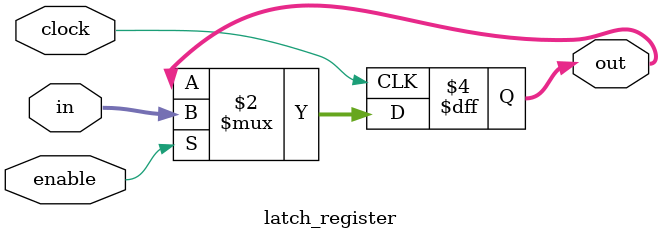
<source format=sv>
module latch_register #(parameter width=32) (
    input logic clock,
    input logic enable,
    input logic [width-1:0] in,
    output logic [width-1:0] out
);

    always_ff @(posedge clock)
        if (enable)
            out <= in;

endmodule

</source>
